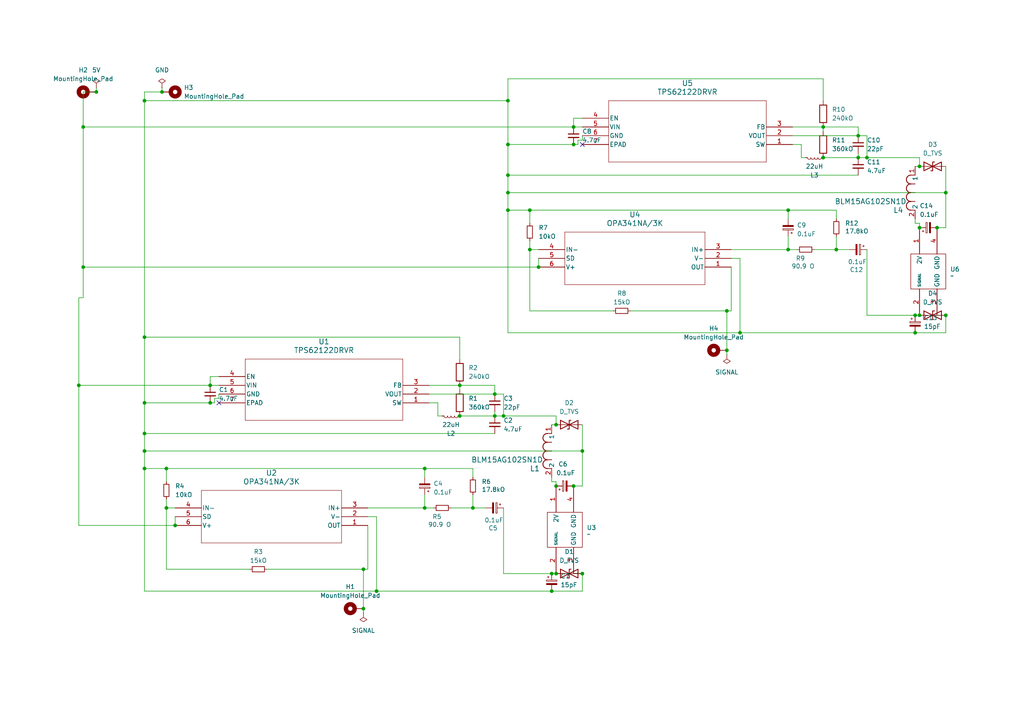
<source format=kicad_sch>
(kicad_sch (version 20231120) (generator "eeschema") (generator_version "8.0")
  (paper "A4")
  (lib_symbols
    (symbol "BLM15AG102SN1D:BLM15AG102SN1D" (pin_names (offset 0.254))
      (property "Reference" "L1" (at 2.54 6.35 90))
      (property "Value" "BLM15AG102SN1D" (at 5.08 23.368 90))
      (symbol "BLM15AG102SN1D_1_1"
        (polyline (pts (xy 2.54 0) (xy 2.54 1.27)) (stroke (width 0.2032)))
        (polyline (pts (xy 5.08 0) (xy 5.08 1.27)) (stroke (width 0.2032)))
        (polyline (pts (xy 7.62 0) (xy 7.62 1.27)) (stroke (width 0.2032)))
        (polyline (pts (xy 10.16 0) (xy 10.16 1.27)) (stroke (width 0.2032)))
        (polyline (pts (xy 12.7 0) (xy 12.7 1.27)) (stroke (width 0.2032)))
        (arc (start 5.08 1.27) (mid 3.81 2.5344) (end 2.54 1.27) (stroke (width 0.254)))
        (arc (start 7.62 1.27) (mid 6.35 2.5344) (end 5.08 1.27) (stroke (width 0.254)))
        (arc (start 10.16 1.27) (mid 8.89 2.5344) (end 7.62 1.27) (stroke (width 0.254)))
        (arc (start 12.7 1.27) (mid 11.43 2.5344) (end 10.16 1.27) (stroke (width 0.254)))
        (pin power_in line (at 15.24 0 180) (length 2.54) (name "1") (number "1"))
        (pin power_out line (at 0 0 0) (length 2.54) (name "2") (number "2"))
      )
      (symbol "BLM15AG102SN1D_1_2"
        (arc (start -1.27 5.08) (mid -2.5344 3.81) (end -1.27 2.54) (stroke (width 0.254)))
        (arc (start -1.27 7.62) (mid -2.5344 6.35) (end -1.27 5.08) (stroke (width 0.254)))
        (arc (start -1.27 10.16) (mid -2.5344 8.89) (end -1.27 7.62) (stroke (width 0.254)))
        (arc (start -1.27 12.7) (mid -2.5344 11.43) (end -1.27 10.16) (stroke (width 0.254)))
        (polyline (pts (xy 0 2.54) (xy -1.27 2.54)) (stroke (width 0.2032)))
        (polyline (pts (xy 0 5.08) (xy -1.27 5.08)) (stroke (width 0.2032)))
        (polyline (pts (xy 0 7.62) (xy -1.27 7.62)) (stroke (width 0.2032)))
        (polyline (pts (xy 0 10.16) (xy -1.27 10.16)) (stroke (width 0.2032)))
        (polyline (pts (xy 0 12.7) (xy -1.27 12.7)) (stroke (width 0.2032)))
        (pin unspecified line (at 0 15.24 270) (length 2.54) (name "1") (number "1"))
        (pin unspecified line (at 0 0 90) (length 2.54) (name "2") (number "2"))
      )
    )
    (symbol "Device:C_Polarized_Small" (pin_numbers hide) (pin_names (offset 0.254) hide)
      (property "Reference" "C" (at 0.254 1.778 0))
      (property "Value" "C_Polarized_Small" (at 0.254 -2.032 0))
      (symbol "C_Polarized_Small_0_1"
        (rectangle (start -1.524 -0.3048) (end 1.524 -0.6858) (fill (type outline)))
        (rectangle (start -1.524 0.6858) (end 1.524 0.3048))
        (polyline (pts (xy -1.27 1.524) (xy -0.762 1.524)))
        (polyline (pts (xy -1.016 1.27) (xy -1.016 1.778)))
      )
      (symbol "C_Polarized_Small_1_1"
        (pin passive line (at 0 2.54 270) (length 1.8542) (name "~") (number "1"))
        (pin passive line (at 0 -2.54 90) (length 1.8542) (name "~") (number "2"))
      )
    )
    (symbol "Device:C_Small" (pin_numbers hide) (pin_names (offset 0.254) hide)
      (property "Reference" "C" (at 0.254 1.778 0))
      (property "Value" "C_Small" (at 0.254 -2.032 0))
      (symbol "C_Small_0_1"
        (polyline (pts (xy -1.524 -0.508) (xy 1.524 -0.508)) (stroke (width 0.3302)))
        (polyline (pts (xy -1.524 0.508) (xy 1.524 0.508)) (stroke (width 0.3048)))
      )
      (symbol "C_Small_1_1"
        (pin passive line (at 0 2.54 270) (length 2.032) (name "~") (number "1"))
        (pin passive line (at 0 -2.54 90) (length 2.032) (name "~") (number "2"))
      )
    )
    (symbol "Device:D_TVS" (pin_numbers hide) (pin_names (offset 1.016) hide)
      (property "Reference" "D" (at 0 2.54 0))
      (property "Value" "D_TVS" (at 0 -2.54 0))
      (symbol "D_TVS_0_1"
        (polyline (pts (xy 1.27 0) (xy -1.27 0)))
        (polyline (pts (xy 0.508 1.27) (xy 0 1.27) (xy 0 -1.27) (xy -0.508 -1.27)) (stroke (width 0.254)))
        (polyline (pts (xy -2.54 1.27) (xy -2.54 -1.27) (xy 2.54 1.27) (xy 2.54 -1.27) (xy -2.54 1.27)) (stroke (width 0.254)))
      )
      (symbol "D_TVS_1_1"
        (pin passive line (at -3.81 0 0) (length 2.54) (name "A1") (number "1"))
        (pin passive line (at 3.81 0 180) (length 2.54) (name "A2") (number "2"))
      )
    )
    (symbol "Device:L_Small" (pin_numbers hide) (pin_names (offset 0.254) hide)
      (property "Reference" "L" (at 0.762 1.016 0))
      (property "Value" "L_Small" (at 0.762 -1.016 0))
      (symbol "L_Small_0_1"
        (arc (start 0 -2.032) (mid 0.5058 -1.524) (end 0 -1.016))
        (arc (start 0 -1.016) (mid 0.5058 -0.508) (end 0 0))
        (arc (start 0 0) (mid 0.5058 0.508) (end 0 1.016))
        (arc (start 0 1.016) (mid 0.5058 1.524) (end 0 2.032))
      )
      (symbol "L_Small_1_1"
        (pin passive line (at 0 2.54 270) (length 0.508) (name "~") (number "1"))
        (pin passive line (at 0 -2.54 90) (length 0.508) (name "~") (number "2"))
      )
    )
    (symbol "Device:R" (pin_numbers hide) (pin_names (offset 0))
      (property "Reference" "R" (at 2.032 0 90))
      (property "Value" "R" (at 0 0 90))
      (symbol "R_0_1"
        (rectangle (start -1.016 -2.54) (end 1.016 2.54) (stroke (width 0.254)))
      )
      (symbol "R_1_1"
        (pin passive line (at 0 3.81 270) (length 1.27) (name "~") (number "1"))
        (pin passive line (at 0 -3.81 90) (length 1.27) (name "~") (number "2"))
      )
    )
    (symbol "Device:R_Small" (pin_numbers hide) (pin_names (offset 0.254) hide)
      (property "Reference" "R" (at 0.762 0.508 0))
      (property "Value" "R_Small" (at 0.762 -1.016 0))
      (symbol "R_Small_0_1"
        (rectangle (start -0.762 1.778) (end 0.762 -1.778) (stroke (width 0.2032)))
      )
      (symbol "R_Small_1_1"
        (pin passive line (at 0 2.54 270) (length 0.762) (name "~") (number "1"))
        (pin passive line (at 0 -2.54 90) (length 0.762) (name "~") (number "2"))
      )
    )
    (symbol "Mechanical:MountingHole_Pad" (pin_numbers hide) (pin_names (offset 1.016) hide)
      (property "Reference" "H" (at 0 6.35 0))
      (property "Value" "MountingHole_Pad" (at 0 4.445 0))
      (symbol "MountingHole_Pad_0_1"
        (circle (center 0 1.27) (radius 1.27) (stroke (width 1.27)))
      )
      (symbol "MountingHole_Pad_1_1"
        (pin input line (at 0 -2.54 90) (length 2.54) (name "1") (number "1"))
      )
    )
    (symbol "New_Library:CMM2718AT"
      (property "Reference" "U" (at 0 1.778 0))
      (symbol "CMM2718AT_0_1"
        (rectangle (start -5.08 0) (end 5.08 -10.16))
      )
      (symbol "CMM2718AT_1_1"
        (pin power_in line (at 12.7 -2.54 180) (length 7.62) (name "2V") (number "1"))
        (pin output line (at -12.7 -2.54 0) (length 7.62) (name "SIGNAL") (number "2"))
        (pin power_in line (at -12.7 -7.62 0) (length 7.62) (name "GND") (number "3"))
        (pin power_in line (at 12.7 -7.62 180) (length 7.62) (name "GND") (number "4"))
      )
    )
    (symbol "PWR_FLAG_1" (power) (pin_numbers hide) (pin_names (offset 0) hide)
      (property "Value" "SIGNAL" (at 0 5.08 0))
      (symbol "PWR_FLAG_1_0_1"
        (polyline (pts (xy 0 0) (xy 0 1.27) (xy -1.016 1.905) (xy 0 2.54) (xy 1.016 1.905) (xy 0 1.27)))
      )
      (symbol "PWR_FLAG_1_1_0"
        (pin input line (at 0 0 90) (length 0) (name "~") (number "1"))
      )
    )
    (symbol "Single Input Op Amp:OPA341NA_3K" (pin_names (offset 0.254))
      (property "Reference" "U" (at 27.94 10.16 0))
      (property "Value" "OPA341NA/3K" (at 27.94 7.62 0))
      (symbol "OPA341NA_3K_0_1"
        (polyline (pts (xy 7.62 -10.16) (xy 48.26 -10.16)) (stroke (width 0.127)))
        (polyline (pts (xy 7.62 5.08) (xy 7.62 -10.16)) (stroke (width 0.127)))
        (polyline (pts (xy 48.26 -10.16) (xy 48.26 5.08)) (stroke (width 0.127)))
        (polyline (pts (xy 48.26 5.08) (xy 7.62 5.08)) (stroke (width 0.127)))
        (pin output line (at 0 0 0) (length 7.62) (name "OUT") (number "1"))
        (pin input line (at 0 -5.08 0) (length 7.62) (name "IN+") (number "3"))
        (pin input line (at 55.88 -5.08 180) (length 7.62) (name "IN-") (number "4"))
        (pin power_in line (at 55.88 0 180) (length 7.62) (name "V+") (number "6"))
      )
      (symbol "OPA341NA_3K_1_1"
        (pin power_in line (at 0 -2.54 0) (length 7.62) (name "V-") (number "2"))
        (pin input line (at 55.88 -2.54 180) (length 7.62) (name "SD") (number "5"))
      )
    )
    (symbol "Voltage Regulator:TPS62122DRVR" (pin_names (offset 0.254))
      (property "Reference" "U" (at 30.48 10.16 0))
      (property "Value" "TPS62122DRVR" (at 30.48 7.62 0))
      (symbol "TPS62122DRVR_0_1"
        (polyline (pts (xy 7.62 -12.7) (xy 53.34 -12.7)) (stroke (width 0.127)))
        (polyline (pts (xy 7.62 5.08) (xy 7.62 -12.7)) (stroke (width 0.127)))
        (polyline (pts (xy 53.34 -12.7) (xy 53.34 5.08)) (stroke (width 0.127)))
        (polyline (pts (xy 53.34 5.08) (xy 7.62 5.08)) (stroke (width 0.127)))
        (pin output line (at 0 0 0) (length 7.62) (name "SW") (number "1"))
        (pin input line (at 0 -5.08 0) (length 7.62) (name "FB") (number "3"))
        (pin input line (at 60.96 -7.62 180) (length 7.62) (name "EN") (number "4"))
        (pin power_in line (at 60.96 -5.08 180) (length 7.62) (name "VIN") (number "5"))
        (pin power_in line (at 60.96 -2.54 180) (length 7.62) (name "GND") (number "6"))
        (pin unspecified line (at 60.96 0 180) (length 7.62) (name "EPAD") (number "7"))
      )
      (symbol "TPS62122DRVR_1_1"
        (pin power_out line (at 0 -2.54 0) (length 7.62) (name "VOUT") (number "2"))
      )
    )
    (symbol "power:PWR_FLAG" (power) (pin_numbers hide) (pin_names (offset 0) hide)
      (property "Value" "PWR_FLAG" (at 0 3.81 0))
      (symbol "PWR_FLAG_0_0"
        (pin power_out line (at 0 0 90) (length 0) (name "~") (number "1"))
      )
      (symbol "PWR_FLAG_0_1"
        (polyline (pts (xy 0 0) (xy 0 1.27) (xy -1.016 1.905) (xy 0 2.54) (xy 1.016 1.905) (xy 0 1.27)))
      )
    )
  )
  (junction (at 160.02 166.37))
  (junction (at 133.35 120.65))
  (junction (at 41.91 130.81))
  (junction (at 105.41 165.1))
  (junction (at 137.16 147.32))
  (junction (at 48.26 147.32))
  (junction (at 153.67 72.39))
  (junction (at 41.91 29.21))
  (junction (at 156.21 77.47))
  (junction (at 166.37 41.91))
  (junction (at 248.92 39.37))
  (junction (at 123.19 135.89))
  (junction (at 60.96 111.76))
  (junction (at 133.35 111.76))
  (junction (at 168.91 130.81))
  (junction (at 50.8 152.4))
  (junction (at 161.29 166.37))
  (junction (at 266.7 66.04))
  (junction (at 160.02 171.45))
  (junction (at 265.43 91.44))
  (junction (at 109.22 171.45))
  (junction (at 238.76 45.72))
  (junction (at 228.6 60.96))
  (junction (at 60.96 116.84))
  (junction (at 147.32 29.21))
  (junction (at 161.29 140.97))
  (junction (at 48.26 135.89))
  (junction (at 242.57 72.39))
  (junction (at 105.41 176.53))
  (junction (at 266.7 91.44))
  (junction (at 41.91 125.73))
  (junction (at 238.76 36.83))
  (junction (at 143.51 120.65))
  (junction (at 146.05 120.65))
  (junction (at 46.99 26.67))
  (junction (at 166.37 36.83))
  (junction (at 265.43 96.52))
  (junction (at 143.51 114.3))
  (junction (at 274.32 55.88))
  (junction (at 166.37 140.97))
  (junction (at 168.91 166.37))
  (junction (at 228.6 72.39))
  (junction (at 153.67 60.96))
  (junction (at 161.29 123.19))
  (junction (at 41.91 97.79))
  (junction (at 123.19 147.32))
  (junction (at 251.46 45.72))
  (junction (at 274.32 91.44))
  (junction (at 214.63 96.52))
  (junction (at 22.86 111.76))
  (junction (at 147.32 41.91))
  (junction (at 210.82 101.6))
  (junction (at 271.78 66.04))
  (junction (at 266.7 48.26))
  (junction (at 41.91 116.84))
  (junction (at 147.32 50.8))
  (junction (at 24.13 77.47))
  (junction (at 24.13 36.83))
  (junction (at 210.82 90.17))
  (junction (at 41.91 135.89))
  (junction (at 147.32 60.96))
  (junction (at 27.94 26.67))
  (junction (at 147.32 55.88))
  (junction (at 248.92 45.72))
  (no_connect (at 168.91 41.91))
  (no_connect (at 63.5 116.84))
  (wire (pts (xy 147.32 29.21) (xy 147.32 41.91)))
  (wire (pts (xy 251.46 39.37) (xy 251.46 45.72)))
  (wire (pts (xy 27.94 25.4) (xy 27.94 26.67)))
  (wire (pts (xy 63.5 115.57) (xy 62.23 115.57)))
  (wire (pts (xy 160.02 171.45) (xy 109.22 171.45)))
  (wire (pts (xy 212.09 90.17) (xy 210.82 90.17)))
  (wire (pts (xy 229.87 39.37) (xy 248.92 39.37)))
  (wire (pts (xy 214.63 96.52) (xy 147.32 96.52)))
  (wire (pts (xy 160.02 138.43) (xy 160.02 139.7)))
  (wire (pts (xy 41.91 130.81) (xy 41.91 135.89)))
  (wire (pts (xy 123.19 147.32) (xy 123.19 143.51)))
  (wire (pts (xy 24.13 36.83) (xy 24.13 26.67)))
  (wire (pts (xy 48.26 165.1) (xy 48.26 147.32)))
  (wire (pts (xy 232.41 41.91) (xy 229.87 41.91)))
  (wire (pts (xy 41.91 130.81) (xy 168.91 130.81)))
  (wire (pts (xy 160.02 171.45) (xy 168.91 171.45)))
  (wire (pts (xy 127 116.84) (xy 124.46 116.84)))
  (wire (pts (xy 146.05 120.65) (xy 161.29 120.65)))
  (wire (pts (xy 48.26 135.89) (xy 48.26 139.7)))
  (wire (pts (xy 161.29 139.7) (xy 161.29 140.97)))
  (wire (pts (xy 212.09 74.93) (xy 214.63 74.93)))
  (wire (pts (xy 123.19 138.43) (xy 123.19 135.89)))
  (wire (pts (xy 137.16 135.89) (xy 123.19 135.89)))
  (wire (pts (xy 41.91 116.84) (xy 41.91 125.73)))
  (wire (pts (xy 137.16 147.32) (xy 140.97 147.32)))
  (wire (pts (xy 48.26 147.32) (xy 50.8 147.32)))
  (wire (pts (xy 106.68 165.1) (xy 105.41 165.1)))
  (wire (pts (xy 228.6 72.39) (xy 231.14 72.39)))
  (wire (pts (xy 238.76 22.86) (xy 147.32 22.86)))
  (wire (pts (xy 41.91 171.45) (xy 41.91 135.89)))
  (wire (pts (xy 133.35 120.65) (xy 143.51 120.65)))
  (wire (pts (xy 167.64 41.91) (xy 166.37 41.91)))
  (wire (pts (xy 251.46 91.44) (xy 251.46 72.39)))
  (wire (pts (xy 147.32 41.91) (xy 147.32 50.8)))
  (wire (pts (xy 41.91 29.21) (xy 41.91 97.79)))
  (wire (pts (xy 248.92 44.45) (xy 248.92 45.72)))
  (wire (pts (xy 161.29 123.19) (xy 161.29 120.65)))
  (wire (pts (xy 236.22 72.39) (xy 242.57 72.39)))
  (wire (pts (xy 167.64 40.64) (xy 167.64 41.91)))
  (wire (pts (xy 161.29 166.37) (xy 160.02 166.37)))
  (wire (pts (xy 168.91 34.29) (xy 166.37 34.29)))
  (wire (pts (xy 62.23 116.84) (xy 60.96 116.84)))
  (wire (pts (xy 160.02 166.37) (xy 146.05 166.37)))
  (wire (pts (xy 212.09 77.47) (xy 212.09 90.17)))
  (wire (pts (xy 147.32 96.52) (xy 147.32 60.96)))
  (wire (pts (xy 46.99 25.4) (xy 46.99 26.67)))
  (wire (pts (xy 137.16 143.51) (xy 137.16 147.32)))
  (wire (pts (xy 248.92 50.8) (xy 147.32 50.8)))
  (wire (pts (xy 63.5 109.22) (xy 60.96 109.22)))
  (wire (pts (xy 143.51 120.65) (xy 146.05 120.65)))
  (wire (pts (xy 168.91 171.45) (xy 168.91 166.37)))
  (wire (pts (xy 153.67 90.17) (xy 153.67 72.39)))
  (wire (pts (xy 274.32 48.26) (xy 274.32 55.88)))
  (wire (pts (xy 146.05 114.3) (xy 146.05 120.65)))
  (wire (pts (xy 143.51 114.3) (xy 143.51 111.76)))
  (wire (pts (xy 214.63 74.93) (xy 214.63 96.52)))
  (wire (pts (xy 41.91 116.84) (xy 60.96 116.84)))
  (wire (pts (xy 266.7 91.44) (xy 265.43 91.44)))
  (wire (pts (xy 156.21 77.47) (xy 24.13 77.47)))
  (wire (pts (xy 123.19 147.32) (xy 125.73 147.32)))
  (wire (pts (xy 106.68 152.4) (xy 106.68 165.1)))
  (wire (pts (xy 228.6 63.5) (xy 228.6 60.96)))
  (wire (pts (xy 147.32 50.8) (xy 147.32 55.88)))
  (wire (pts (xy 124.46 111.76) (xy 133.35 111.76)))
  (wire (pts (xy 265.43 91.44) (xy 251.46 91.44)))
  (wire (pts (xy 50.8 152.4) (xy 22.86 152.4)))
  (wire (pts (xy 41.91 26.67) (xy 41.91 29.21)))
  (wire (pts (xy 60.96 111.76) (xy 63.5 111.76)))
  (wire (pts (xy 50.8 149.86) (xy 50.8 152.4)))
  (wire (pts (xy 24.13 36.83) (xy 24.13 77.47)))
  (wire (pts (xy 147.32 55.88) (xy 147.32 60.96)))
  (wire (pts (xy 24.13 36.83) (xy 166.37 36.83)))
  (wire (pts (xy 248.92 39.37) (xy 248.92 36.83)))
  (wire (pts (xy 48.26 135.89) (xy 123.19 135.89)))
  (wire (pts (xy 133.35 111.76) (xy 133.35 113.03)))
  (wire (pts (xy 105.41 165.1) (xy 77.47 165.1)))
  (wire (pts (xy 274.32 96.52) (xy 274.32 91.44)))
  (wire (pts (xy 137.16 138.43) (xy 137.16 135.89)))
  (wire (pts (xy 153.67 60.96) (xy 228.6 60.96)))
  (wire (pts (xy 41.91 29.21) (xy 147.32 29.21)))
  (wire (pts (xy 266.7 64.77) (xy 266.7 66.04)))
  (wire (pts (xy 153.67 69.85) (xy 153.67 72.39)))
  (wire (pts (xy 147.32 41.91) (xy 166.37 41.91)))
  (wire (pts (xy 248.92 45.72) (xy 251.46 45.72)))
  (wire (pts (xy 143.51 114.3) (xy 146.05 114.3)))
  (wire (pts (xy 109.22 149.86) (xy 109.22 171.45)))
  (wire (pts (xy 147.32 22.86) (xy 147.32 29.21)))
  (wire (pts (xy 212.09 72.39) (xy 228.6 72.39)))
  (wire (pts (xy 106.68 149.86) (xy 109.22 149.86)))
  (wire (pts (xy 105.41 176.53) (xy 105.41 177.8)))
  (wire (pts (xy 105.41 165.1) (xy 105.41 176.53)))
  (wire (pts (xy 242.57 60.96) (xy 228.6 60.96)))
  (wire (pts (xy 238.76 29.21) (xy 238.76 22.86)))
  (wire (pts (xy 143.51 125.73) (xy 41.91 125.73)))
  (wire (pts (xy 41.91 125.73) (xy 41.91 130.81)))
  (wire (pts (xy 160.02 139.7) (xy 161.29 139.7)))
  (wire (pts (xy 229.87 36.83) (xy 238.76 36.83)))
  (wire (pts (xy 238.76 45.72) (xy 248.92 45.72)))
  (wire (pts (xy 106.68 147.32) (xy 123.19 147.32)))
  (wire (pts (xy 130.81 147.32) (xy 137.16 147.32)))
  (wire (pts (xy 274.32 55.88) (xy 274.32 66.04)))
  (wire (pts (xy 238.76 36.83) (xy 238.76 38.1)))
  (wire (pts (xy 62.23 115.57) (xy 62.23 116.84)))
  (wire (pts (xy 274.32 66.04) (xy 271.78 66.04)))
  (wire (pts (xy 232.41 45.72) (xy 233.68 45.72)))
  (wire (pts (xy 22.86 111.76) (xy 60.96 111.76)))
  (wire (pts (xy 168.91 39.37) (xy 168.91 40.64)))
  (wire (pts (xy 242.57 68.58) (xy 242.57 72.39)))
  (wire (pts (xy 166.37 34.29) (xy 166.37 36.83)))
  (wire (pts (xy 266.7 48.26) (xy 266.7 45.72)))
  (wire (pts (xy 210.82 90.17) (xy 182.88 90.17)))
  (wire (pts (xy 271.78 91.44) (xy 274.32 91.44)))
  (wire (pts (xy 22.86 152.4) (xy 22.86 111.76)))
  (wire (pts (xy 160.02 123.19) (xy 161.29 123.19)))
  (wire (pts (xy 143.51 111.76) (xy 133.35 111.76)))
  (wire (pts (xy 265.43 48.26) (xy 266.7 48.26)))
  (wire (pts (xy 248.92 39.37) (xy 251.46 39.37)))
  (wire (pts (xy 177.8 90.17) (xy 153.67 90.17)))
  (wire (pts (xy 109.22 171.45) (xy 41.91 171.45)))
  (wire (pts (xy 147.32 55.88) (xy 274.32 55.88)))
  (wire (pts (xy 127 120.65) (xy 128.27 120.65)))
  (wire (pts (xy 265.43 96.52) (xy 274.32 96.52)))
  (wire (pts (xy 156.21 74.93) (xy 156.21 77.47)))
  (wire (pts (xy 168.91 130.81) (xy 168.91 140.97)))
  (wire (pts (xy 24.13 77.47) (xy 24.13 86.36)))
  (wire (pts (xy 265.43 63.5) (xy 265.43 64.77)))
  (wire (pts (xy 41.91 26.67) (xy 46.99 26.67)))
  (wire (pts (xy 143.51 119.38) (xy 143.51 120.65)))
  (wire (pts (xy 48.26 144.78) (xy 48.26 147.32)))
  (wire (pts (xy 48.26 135.89) (xy 41.91 135.89)))
  (wire (pts (xy 22.86 86.36) (xy 24.13 86.36)))
  (wire (pts (xy 153.67 60.96) (xy 153.67 64.77)))
  (wire (pts (xy 41.91 97.79) (xy 41.91 116.84)))
  (wire (pts (xy 251.46 45.72) (xy 266.7 45.72)))
  (wire (pts (xy 242.57 72.39) (xy 246.38 72.39)))
  (wire (pts (xy 232.41 45.72) (xy 232.41 41.91)))
  (wire (pts (xy 72.39 165.1) (xy 48.26 165.1)))
  (wire (pts (xy 168.91 123.19) (xy 168.91 130.81)))
  (wire (pts (xy 265.43 64.77) (xy 266.7 64.77)))
  (wire (pts (xy 24.13 26.67) (xy 27.94 26.67)))
  (wire (pts (xy 166.37 36.83) (xy 168.91 36.83)))
  (wire (pts (xy 146.05 166.37) (xy 146.05 147.32)))
  (wire (pts (xy 168.91 140.97) (xy 166.37 140.97)))
  (wire (pts (xy 242.57 63.5) (xy 242.57 60.96)))
  (wire (pts (xy 168.91 40.64) (xy 167.64 40.64)))
  (wire (pts (xy 124.46 114.3) (xy 143.51 114.3)))
  (wire (pts (xy 166.37 166.37) (xy 168.91 166.37)))
  (wire (pts (xy 248.92 36.83) (xy 238.76 36.83)))
  (wire (pts (xy 63.5 114.3) (xy 63.5 115.57)))
  (wire (pts (xy 210.82 90.17) (xy 210.82 101.6)))
  (wire (pts (xy 22.86 86.36) (xy 22.86 111.76)))
  (wire (pts (xy 153.67 60.96) (xy 147.32 60.96)))
  (wire (pts (xy 133.35 104.14) (xy 133.35 97.79)))
  (wire (pts (xy 265.43 96.52) (xy 214.63 96.52)))
  (wire (pts (xy 133.35 97.79) (xy 41.91 97.79)))
  (wire (pts (xy 127 120.65) (xy 127 116.84)))
  (wire (pts (xy 228.6 72.39) (xy 228.6 68.58)))
  (wire (pts (xy 60.96 109.22) (xy 60.96 111.76)))
  (wire (pts (xy 153.67 72.39) (xy 156.21 72.39)))
  (wire (pts (xy 210.82 101.6) (xy 210.82 102.87)))
  (symbol (lib_id "Device:R_Small") (at 128.27 147.32 90) (unit 1)
    (property "Reference" "R5" (at 126.746 149.86 90))
    (property "Value" "90.9 O" (at 127.508 152.146 90))
    (property "Footprint" "ARGlasses:RES_RMCF2512_STP" (effects (hide yes)))
    (property "Description" "Resistor, small symbol" (effects (hide yes)))
  )
  (symbol (lib_id "Device:C_Polarized_Small") (at 123.19 140.97 180) (unit 1)
    (property "Reference" "C4" (at 125.73 140.246 0) (effects (justify right)))
    (property "Value" "0.1uF" (at 125.73 142.786 0) (effects (justify right)))
    (property "Footprint" "ARGlasses:CAPMP3.4X1.6_1.8N_KEM" (effects (hide yes)))
    (property "Description" "Polarized capacitor, small symbol" (effects (hide yes)))
  )
  (symbol (lib_id "BLM15AG102SN1D:BLM15AG102SN1D") (at 265.43 63.5 90) (unit 1)
    (property "Reference" "L4" (at 259.08 60.96 90) (effects (font (size 1.524 1.524)) (justify right)))
    (property "Value" "BLM15AG102SN1D" (at 242.062 58.42 90) (effects (font (size 1.524 1.524)) (justify right)))
    (property "Footprint" "ARGlasses:IND_BLM15_0402_MUR" (effects (hide yes)))
    (property "Datasheet" "BLM15AG102SN1D" (effects (hide yes)))
  )
  (symbol (lib_id "Single Input Op Amp:OPA341NA_3K") (at 212.09 77.47 180) (unit 1)
    (property "Reference" "U4" (at 184.15 62.23 0) (effects (font (size 1.524 1.524))))
    (property "Value" "OPA341NA/3K" (at 184.15 64.77 0) (effects (font (size 1.524 1.524))))
    (property "Footprint" "Single Input Op Amp:DBV6" (effects (hide yes)))
    (property "Datasheet" "OPA341NA/3K" (effects (hide yes)))
  )
  (symbol (lib_id "Device:C_Polarized_Small") (at 269.24 66.04 90) (unit 1)
    (property "Reference" "C14" (at 268.6939 59.69 90))
    (property "Value" "0.1uF" (at 269.494 62.23 90))
    (property "Footprint" "ARGlasses:CAPMP3.4X1.6_1.8N_KEM" (effects (hide yes)))
    (property "Description" "Polarized capacitor, small symbol" (effects (hide yes)))
  )
  (symbol (lib_id "Device:R_Small") (at 74.93 165.1 270) (unit 1)
    (property "Reference" "R3" (at 74.93 160.02 90))
    (property "Value" "15kO" (at 74.93 162.56 90))
    (property "Footprint" "ARGlasses:RC0402N_PAN" (effects (hide yes)))
    (property "Description" "Resistor, small symbol" (effects (hide yes)))
  )
  (symbol (lib_id "Device:C_Small") (at 60.96 114.3 0) (unit 1)
    (property "Reference" "C1" (at 63.5 113.0362 0) (effects (justify left)))
    (property "Value" "4.7uF" (at 63.5 115.5762 0) (effects (justify left)))
    (property "Footprint" "ARGlasses:TAJA_AVX" (effects (hide yes)))
    (property "Description" "Unpolarized capacitor, small symbol" (effects (hide yes)))
  )
  (symbol (lib_id "New_Library:CMM2718AT") (at 264.16 78.74 90) (unit 1)
    (property "Reference" "U6" (at 275.59 78.1049 90) (effects (justify right)))
    (property "Value" "~" (at 275.59 80.01 90) (effects (justify right)))
    (property "Footprint" "ARGlasses:CMM2718AT" (effects (hide yes)))
  )
  (symbol (lib_id "Mechanical:MountingHole_Pad") (at 208.28 101.6 90) (unit 1)
    (property "Reference" "H4" (at 207.01 95.25 90))
    (property "Value" "MountingHole_Pad" (at 207.01 97.79 90))
    (property "Footprint" "Connector_Wire:SolderWire-0.15sqmm_1x01_D0.5mm_OD1.5mm" (effects (hide yes)))
    (property "Description" "Mounting Hole with connection" (effects (hide yes)))
  )
  (symbol (lib_id "Device:L_Small") (at 236.22 45.72 270) (unit 1)
    (property "Reference" "L3" (at 236.22 50.8 90))
    (property "Value" "22uH" (at 236.22 48.26 90))
    (property "Footprint" "ARGlasses:IND_2012_TDK" (effects (hide yes)))
    (property "Description" "Inductor, small symbol" (effects (hide yes)))
  )
  (symbol (lib_id "Device:R") (at 133.35 107.95 0) (unit 1)
    (property "Reference" "R2" (at 135.89 106.6799 0) (effects (justify left)))
    (property "Value" "240kO" (at 135.89 109.2199 0) (effects (justify left)))
    (property "Footprint" "ARGlasses:RC0402N_PAN" (effects (hide yes)))
    (property "Description" "Resistor" (effects (hide yes)))
  )
  (symbol (lib_name "PWR_FLAG_1") (lib_id "power:PWR_FLAG") (at 105.41 177.8 180) (unit 1)
    (property "Reference" "#FLG03" (effects (hide yes)))
    (property "Value" "SIGNAL" (at 105.41 182.88 0))
    (property "Description" "Special symbol for telling ERC where power comes from" (effects (hide yes)))
  )
  (symbol (lib_id "Mechanical:MountingHole_Pad") (at 25.4 26.67 90) (unit 1)
    (property "Reference" "H2" (at 24.13 20.32 90))
    (property "Value" "MountingHole_Pad" (at 24.13 22.86 90))
    (property "Footprint" "Connector_Wire:SolderWire-0.15sqmm_1x01_D0.5mm_OD1.5mm" (effects (hide yes)))
    (property "Description" "Mounting Hole with connection" (effects (hide yes)))
  )
  (symbol (lib_id "Device:D_TVS") (at 270.51 48.26 0) (unit 1)
    (property "Reference" "D3" (at 270.51 41.91 0))
    (property "Value" "D_TVS" (at 270.51 44.45 0))
    (property "Footprint" "Diode_SMD:D_SOD-882D" (effects (hide yes)))
    (property "Description" "Bidirectional transient-voltage-suppression diode" (effects (hide yes)))
  )
  (symbol (lib_id "Device:R") (at 238.76 33.02 0) (unit 1)
    (property "Reference" "R10" (at 241.3 31.7499 0) (effects (justify left)))
    (property "Value" "240kO" (at 241.3 34.2899 0) (effects (justify left)))
    (property "Footprint" "ARGlasses:RC0402N_PAN" (effects (hide yes)))
    (property "Description" "Resistor" (effects (hide yes)))
  )
  (symbol (lib_id "Device:C_Polarized_Small") (at 163.83 140.97 90) (unit 1)
    (property "Reference" "C6" (at 163.2839 134.62 90))
    (property "Value" "0.1uF" (at 164.084 137.16 90))
    (property "Footprint" "ARGlasses:CAPMP3.4X1.6_1.8N_KEM" (effects (hide yes)))
    (property "Description" "Polarized capacitor, small symbol" (effects (hide yes)))
  )
  (symbol (lib_id "Mechanical:MountingHole_Pad") (at 102.87 176.53 90) (unit 1)
    (property "Reference" "H1" (at 101.6 170.18 90))
    (property "Value" "MountingHole_Pad" (at 101.6 172.72 90))
    (property "Footprint" "Connector_Wire:SolderWire-0.15sqmm_1x01_D0.5mm_OD1.5mm" (effects (hide yes)))
    (property "Description" "Mounting Hole with connection" (effects (hide yes)))
  )
  (symbol (lib_id "Device:C_Polarized_Small") (at 248.92 72.39 270) (unit 1)
    (property "Reference" "C12" (at 248.412 78.232 90))
    (property "Value" "0.1uF" (at 248.666 75.946 90))
    (property "Footprint" "ARGlasses:CAPMP3.4X1.6_1.8N_KEM" (effects (hide yes)))
    (property "Description" "Polarized capacitor, small symbol" (effects (hide yes)))
  )
  (symbol (lib_id "Device:R_Small") (at 242.57 66.04 0) (unit 1)
    (property "Reference" "R12" (at 245.11 64.7699 0) (effects (justify left)))
    (property "Value" "17.8kO" (at 245.11 67.056 0) (effects (justify left)))
    (property "Footprint" "ARGlasses:RES_RN73R_1E_KOA" (effects (hide yes)))
    (property "Description" "Resistor, small symbol" (effects (hide yes)))
  )
  (symbol (lib_id "Device:C_Small") (at 248.92 41.91 0) (unit 1)
    (property "Reference" "C10" (at 251.46 40.6462 0) (effects (justify left)))
    (property "Value" "22pF" (at 251.46 43.1862 0) (effects (justify left)))
    (property "Footprint" "ARGlasses:G-033_MUR" (effects (hide yes)))
    (property "Description" "Unpolarized capacitor, small symbol" (effects (hide yes)))
  )
  (symbol (lib_id "Device:C_Small") (at 166.37 39.37 0) (unit 1)
    (property "Reference" "C8" (at 168.91 38.1062 0) (effects (justify left)))
    (property "Value" "4.7uF" (at 168.91 40.6462 0) (effects (justify left)))
    (property "Footprint" "ARGlasses:TAJA_AVX" (effects (hide yes)))
    (property "Description" "Unpolarized capacitor, small symbol" (effects (hide yes)))
  )
  (symbol (lib_id "New_Library:CMM2718AT") (at 158.75 153.67 90) (unit 1)
    (property "Reference" "U3" (at 170.18 153.0349 90) (effects (justify right)))
    (property "Value" "~" (at 170.18 154.94 90) (effects (justify right)))
    (property "Footprint" "ARGlasses:CMM2718AT" (effects (hide yes)))
  )
  (symbol (lib_id "Device:C_Polarized_Small") (at 228.6 66.04 180) (unit 1)
    (property "Reference" "C9" (at 231.14 65.316 0) (effects (justify right)))
    (property "Value" "0.1uF" (at 231.14 67.856 0) (effects (justify right)))
    (property "Footprint" "ARGlasses:CAPMP3.4X1.6_1.8N_KEM" (effects (hide yes)))
    (property "Description" "Polarized capacitor, small symbol" (effects (hide yes)))
  )
  (symbol (lib_id "Device:D_TVS") (at 165.1 123.19 0) (unit 1)
    (property "Reference" "D2" (at 165.1 116.84 0))
    (property "Value" "D_TVS" (at 165.1 119.38 0))
    (property "Footprint" "Diode_SMD:D_SOD-882D" (effects (hide yes)))
    (property "Description" "Bidirectional transient-voltage-suppression diode" (effects (hide yes)))
  )
  (symbol (lib_id "Device:R") (at 133.35 116.84 0) (unit 1)
    (property "Reference" "R1" (at 135.89 115.5699 0) (effects (justify left)))
    (property "Value" "360kO" (at 135.89 118.1099 0) (effects (justify left)))
    (property "Footprint" "ARGlasses:RC0402N_PAN" (effects (hide yes)))
    (property "Description" "Resistor" (effects (hide yes)))
  )
  (symbol (lib_id "Device:C_Polarized_Small") (at 160.02 168.91 0) (unit 1)
    (property "Reference" "C7" (at 162.56 167.0938 0) (effects (justify left)))
    (property "Value" "15pF" (at 162.56 169.6338 0) (effects (justify left)))
    (property "Footprint" "ARGlasses:CAPC0603X33N" (effects (hide yes)))
    (property "Description" "Polarized capacitor, small symbol" (effects (hide yes)))
  )
  (symbol (lib_id "Voltage Regulator:TPS62122DRVR") (at 229.87 41.91 180) (unit 1)
    (property "Reference" "U5" (at 199.39 24.13 0) (effects (font (size 1.524 1.524))))
    (property "Value" "TPS62122DRVR" (at 199.39 26.67 0) (effects (font (size 1.524 1.524))))
    (property "Footprint" "Voltage Regulator:DRV6_1P6X1" (effects (hide yes)))
    (property "Datasheet" "TPS62122DRVR" (effects (hide yes)))
  )
  (symbol (lib_id "Device:C_Small") (at 248.92 48.26 0) (unit 1)
    (property "Reference" "C11" (at 251.46 46.9962 0) (effects (justify left)))
    (property "Value" "4.7uF" (at 251.46 49.5362 0) (effects (justify left)))
    (property "Footprint" "ARGlasses:TAJA_AVX" (effects (hide yes)))
    (property "Description" "Unpolarized capacitor, small symbol" (effects (hide yes)))
  )
  (symbol (lib_id "Device:R_Small") (at 180.34 90.17 270) (unit 1)
    (property "Reference" "R8" (at 180.34 85.09 90))
    (property "Value" "15kO" (at 180.34 87.63 90))
    (property "Footprint" "ARGlasses:RC0402N_PAN" (effects (hide yes)))
    (property "Description" "Resistor, small symbol" (effects (hide yes)))
  )
  (symbol (lib_id "Device:D_TVS") (at 165.1 166.37 0) (unit 1)
    (property "Reference" "D1" (at 165.1 160.02 0))
    (property "Value" "D_TVS" (at 165.1 162.56 0))
    (property "Footprint" "Diode_SMD:D_SOD-882D" (effects (hide yes)))
    (property "Description" "Bidirectional transient-voltage-suppression diode" (effects (hide yes)))
  )
  (symbol (lib_id "Device:R_Small") (at 48.26 142.24 0) (unit 1)
    (property "Reference" "R4" (at 50.8 140.9699 0) (effects (justify left)))
    (property "Value" "10kO" (at 50.8 143.5099 0) (effects (justify left)))
    (property "Footprint" "ARGlasses:RC0402N_PAN" (effects (hide yes)))
    (property "Description" "Resistor, small symbol" (effects (hide yes)))
  )
  (symbol (lib_id "Voltage Regulator:TPS62122DRVR") (at 124.46 116.84 180) (unit 1)
    (property "Reference" "U1" (at 93.98 99.06 0) (effects (font (size 1.524 1.524))))
    (property "Value" "TPS62122DRVR" (at 93.98 101.6 0) (effects (font (size 1.524 1.524))))
    (property "Footprint" "Voltage Regulator:DRV6_1P6X1" (effects (hide yes)))
    (property "Datasheet" "TPS62122DRVR" (effects (hide yes)))
  )
  (symbol (lib_id "Single Input Op Amp:OPA341NA_3K") (at 106.68 152.4 180) (unit 1)
    (property "Reference" "U2" (at 78.74 137.16 0) (effects (font (size 1.524 1.524))))
    (property "Value" "OPA341NA/3K" (at 78.74 139.7 0) (effects (font (size 1.524 1.524))))
    (property "Footprint" "Single Input Op Amp:DBV6" (effects (hide yes)))
    (property "Datasheet" "OPA341NA/3K" (effects (hide yes)))
  )
  (symbol (lib_id "Device:C_Polarized_Small") (at 265.43 93.98 0) (unit 1)
    (property "Reference" "C13" (at 267.97 92.1638 0) (effects (justify left)))
    (property "Value" "15pF" (at 267.97 94.7038 0) (effects (justify left)))
    (property "Footprint" "ARGlasses:CAPC0603X33N" (effects (hide yes)))
    (property "Description" "Polarized capacitor, small symbol" (effects (hide yes)))
  )
  (symbol (lib_id "Device:R") (at 238.76 41.91 0) (unit 1)
    (property "Reference" "R11" (at 241.3 40.6399 0) (effects (justify left)))
    (property "Value" "360kO" (at 241.3 43.1799 0) (effects (justify left)))
    (property "Footprint" "ARGlasses:RC0402N_PAN" (effects (hide yes)))
    (property "Description" "Resistor" (effects (hide yes)))
  )
  (symbol (lib_name "PWR_FLAG_1") (lib_id "power:PWR_FLAG") (at 210.82 102.87 180) (unit 1)
    (property "Reference" "#FLG04" (effects (hide yes)))
    (property "Value" "SIGNAL" (at 210.82 107.95 0))
    (property "Description" "Special symbol for telling ERC where power comes from" (effects (hide yes)))
  )
  (symbol (lib_id "power:PWR_FLAG") (at 27.94 25.4 0) (unit 1)
    (property "Reference" "#FLG01" (effects (hide yes)))
    (property "Value" "5V" (at 27.94 20.32 0))
    (property "Description" "Special symbol for telling ERC where power comes from" (effects (hide yes)))
  )
  (symbol (lib_id "Device:C_Small") (at 143.51 123.19 0) (unit 1)
    (property "Reference" "C2" (at 146.05 121.9262 0) (effects (justify left)))
    (property "Value" "4.7uF" (at 146.05 124.4662 0) (effects (justify left)))
    (property "Footprint" "ARGlasses:TAJA_AVX" (effects (hide yes)))
    (property "Description" "Unpolarized capacitor, small symbol" (effects (hide yes)))
  )
  (symbol (lib_id "Device:R_Small") (at 137.16 140.97 0) (unit 1)
    (property "Reference" "R6" (at 139.7 139.6999 0) (effects (justify left)))
    (property "Value" "17.8kO" (at 139.7 141.986 0) (effects (justify left)))
    (property "Footprint" "ARGlasses:RES_RN73R_1E_KOA" (effects (hide yes)))
    (property "Description" "Resistor, small symbol" (effects (hide yes)))
  )
  (symbol (lib_id "Device:D_TVS") (at 270.51 91.44 0) (unit 1)
    (property "Reference" "D4" (at 270.51 85.09 0))
    (property "Value" "D_TVS" (at 270.51 87.63 0))
    (property "Footprint" "Diode_SMD:D_SOD-882D" (effects (hide yes)))
    (property "Description" "Bidirectional transient-voltage-suppression diode" (effects (hide yes)))
  )
  (symbol (lib_id "BLM15AG102SN1D:BLM15AG102SN1D") (at 160.02 138.43 90) (unit 1)
    (property "Reference" "L1" (at 153.67 135.89 90) (effects (font (size 1.524 1.524)) (justify right)))
    (property "Value" "BLM15AG102SN1D" (at 136.652 133.35 90) (effects (font (size 1.524 1.524)) (justify right)))
    (property "Footprint" "ARGlasses:IND_BLM15_0402_MUR" (effects (hide yes)))
    (property "Datasheet" "BLM15AG102SN1D" (effects (hide yes)))
  )
  (symbol (lib_id "Device:C_Small") (at 143.51 116.84 0) (unit 1)
    (property "Reference" "C3" (at 146.05 115.5762 0) (effects (justify left)))
    (property "Value" "22pF" (at 146.05 118.1162 0) (effects (justify left)))
    (property "Footprint" "ARGlasses:G-033_MUR" (effects (hide yes)))
    (property "Description" "Unpolarized capacitor, small symbol" (effects (hide yes)))
  )
  (symbol (lib_id "Device:R_Small") (at 233.68 72.39 90) (unit 1)
    (property "Reference" "R9" (at 232.156 74.93 90))
    (property "Value" "90.9 O" (at 232.918 77.216 90))
    (property "Footprint" "ARGlasses:RES_RMCF2512_STP" (effects (hide yes)))
    (property "Description" "Resistor, small symbol" (effects (hide yes)))
  )
  (symbol (lib_id "Device:C_Polarized_Small") (at 143.51 147.32 270) (unit 1)
    (property "Reference" "C5" (at 143.002 153.162 90))
    (property "Value" "0.1uF" (at 143.256 150.876 90))
    (property "Footprint" "ARGlasses:CAPMP3.4X1.6_1.8N_KEM" (effects (hide yes)))
    (property "Description" "Polarized capacitor, small symbol" (effects (hide yes)))
  )
  (symbol (lib_id "Device:R_Small") (at 153.67 67.31 0) (unit 1)
    (property "Reference" "R7" (at 156.21 66.0399 0) (effects (justify left)))
    (property "Value" "10kO" (at 156.21 68.5799 0) (effects (justify left)))
    (property "Footprint" "ARGlasses:RC0402N_PAN" (effects (hide yes)))
    (property "Description" "Resistor, small symbol" (effects (hide yes)))
  )
  (symbol (lib_id "Mechanical:MountingHole_Pad") (at 49.53 26.67 270) (unit 1)
    (property "Reference" "H3" (at 53.34 25.3999 90) (effects (justify left)))
    (property "Value" "MountingHole_Pad" (at 53.34 27.9399 90) (effects (justify left)))
    (property "Footprint" "Connector_Wire:SolderWire-0.15sqmm_1x01_D0.5mm_OD1.5mm" (effects (hide yes)))
    (property "Description" "Mounting Hole with connection" (effects (hide yes)))
  )
  (symbol (lib_id "power:PWR_FLAG") (at 46.99 25.4 0) (unit 1)
    (property "Reference" "#FLG02" (effects (hide yes)))
    (property "Value" "GND" (at 46.99 20.32 0))
    (property "Description" "Special symbol for telling ERC where power comes from" (effects (hide yes)))
  )
  (symbol (lib_id "Device:L_Small") (at 130.81 120.65 270) (unit 1)
    (property "Reference" "L2" (at 130.81 125.73 90))
    (property "Value" "22uH" (at 130.81 123.19 90))
    (property "Footprint" "ARGlasses:IND_2012_TDK" (effects (hide yes)))
    (property "Description" "Inductor, small symbol" (effects (hide yes)))
  )
)
</source>
